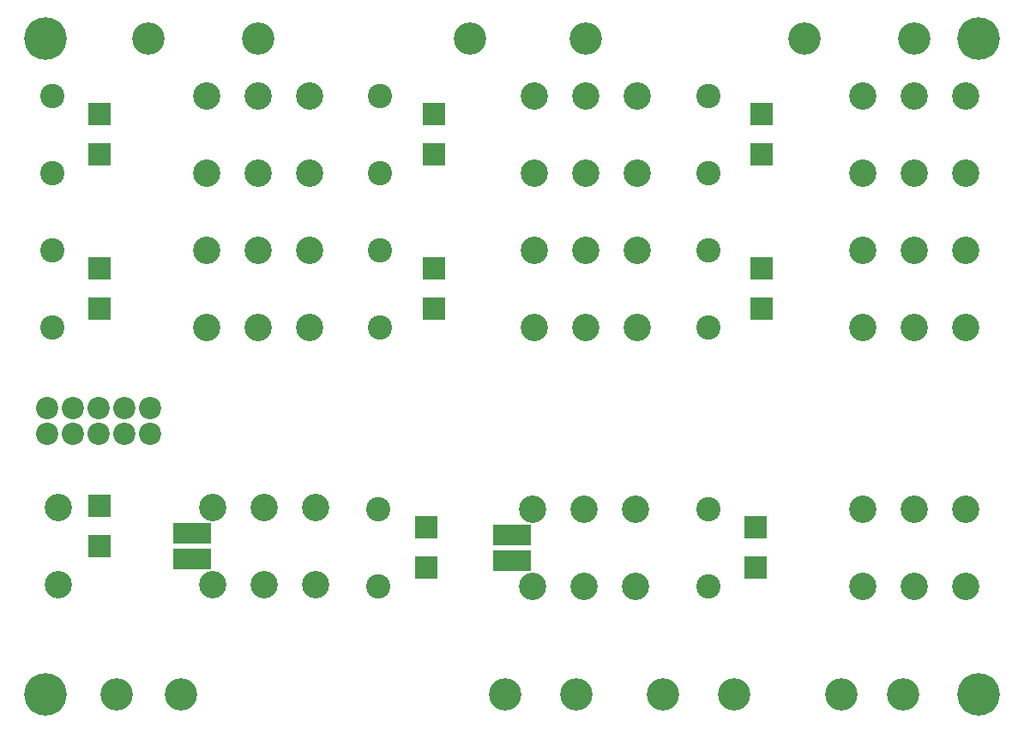
<source format=gbr>
%FSLAX34Y34*%
%MOMM*%
%LNSOLDERMASK_BOTTOM*%
G71*
G01*
%ADD10C, 2.400*%
%ADD11C, 2.700*%
%ADD12C, 3.200*%
%ADD13R, 2.200X2.200*%
%ADD14C, 2.200*%
%ADD15C, 4.200*%
%ADD16R, 1.900X2.000*%
%LPD*%
X679450Y-82551D02*
G54D10*
D03*
X679450Y-158751D02*
G54D10*
D03*
X831850Y-82551D02*
G54D11*
D03*
X882650Y-82551D02*
G54D11*
D03*
X933450Y-82551D02*
G54D11*
D03*
X831850Y-158751D02*
G54D11*
D03*
X882650Y-158751D02*
G54D11*
D03*
X933450Y-158751D02*
G54D11*
D03*
X882650Y-25400D02*
G54D12*
D03*
X558800Y-25400D02*
G54D12*
D03*
X234950Y-25400D02*
G54D12*
D03*
X31750Y-234951D02*
G54D10*
D03*
X31750Y-311151D02*
G54D10*
D03*
X184150Y-234951D02*
G54D11*
D03*
X234950Y-234951D02*
G54D11*
D03*
X285750Y-234951D02*
G54D11*
D03*
X184150Y-311151D02*
G54D11*
D03*
X234950Y-311151D02*
G54D11*
D03*
X285750Y-311151D02*
G54D11*
D03*
X31750Y-82551D02*
G54D10*
D03*
X31750Y-158751D02*
G54D10*
D03*
X184150Y-82551D02*
G54D11*
D03*
X234950Y-82551D02*
G54D11*
D03*
X285750Y-82551D02*
G54D11*
D03*
X184150Y-158751D02*
G54D11*
D03*
X234950Y-158751D02*
G54D11*
D03*
X285750Y-158751D02*
G54D11*
D03*
X355600Y-82551D02*
G54D10*
D03*
X355600Y-158751D02*
G54D10*
D03*
X508000Y-82551D02*
G54D11*
D03*
X558800Y-82551D02*
G54D11*
D03*
X609600Y-82551D02*
G54D11*
D03*
X508000Y-158751D02*
G54D11*
D03*
X558800Y-158751D02*
G54D11*
D03*
X609600Y-158751D02*
G54D11*
D03*
X355601Y-234952D02*
G54D10*
D03*
X355601Y-311152D02*
G54D10*
D03*
X508001Y-234952D02*
G54D11*
D03*
X558801Y-234952D02*
G54D11*
D03*
X609601Y-234952D02*
G54D11*
D03*
X508001Y-311152D02*
G54D11*
D03*
X558801Y-311152D02*
G54D11*
D03*
X609601Y-311152D02*
G54D11*
D03*
X679450Y-234951D02*
G54D10*
D03*
X679450Y-311151D02*
G54D10*
D03*
X831850Y-234951D02*
G54D11*
D03*
X882650Y-234951D02*
G54D11*
D03*
X933450Y-234951D02*
G54D11*
D03*
X831850Y-311151D02*
G54D11*
D03*
X882650Y-311151D02*
G54D11*
D03*
X933450Y-311151D02*
G54D11*
D03*
X354012Y-490539D02*
G54D10*
D03*
X354012Y-566739D02*
G54D10*
D03*
X506412Y-490539D02*
G54D11*
D03*
X557212Y-490539D02*
G54D11*
D03*
X608012Y-490539D02*
G54D11*
D03*
X506412Y-566739D02*
G54D11*
D03*
X557212Y-566739D02*
G54D11*
D03*
X608012Y-566739D02*
G54D11*
D03*
X38100Y-488951D02*
G54D11*
D03*
X38100Y-565151D02*
G54D11*
D03*
X190500Y-488951D02*
G54D11*
D03*
X241300Y-488951D02*
G54D11*
D03*
X292100Y-488951D02*
G54D11*
D03*
X190500Y-565151D02*
G54D11*
D03*
X241300Y-565151D02*
G54D11*
D03*
X292100Y-565151D02*
G54D11*
D03*
X95250Y-673100D02*
G54D12*
D03*
X479425Y-673100D02*
G54D12*
D03*
X704850Y-673100D02*
G54D12*
D03*
X871538Y-673100D02*
G54D12*
D03*
X127000Y-25400D02*
G54D12*
D03*
X444500Y-25400D02*
G54D12*
D03*
X774700Y-25400D02*
G54D12*
D03*
X158750Y-673100D02*
G54D12*
D03*
X549275Y-673100D02*
G54D12*
D03*
X635000Y-673100D02*
G54D12*
D03*
X811212Y-673100D02*
G54D12*
D03*
X78449Y-139724D02*
G54D13*
D03*
X78449Y-100024D02*
G54D13*
D03*
X128492Y-390098D02*
G54D14*
D03*
X128492Y-415498D02*
G54D14*
D03*
X103092Y-390098D02*
G54D14*
D03*
X103092Y-415498D02*
G54D14*
D03*
X77692Y-390098D02*
G54D14*
D03*
X77692Y-415498D02*
G54D14*
D03*
X52292Y-390098D02*
G54D14*
D03*
X52292Y-415498D02*
G54D14*
D03*
X26892Y-390098D02*
G54D14*
D03*
X26892Y-415498D02*
G54D14*
D03*
X408649Y-139724D02*
G54D13*
D03*
X408649Y-100024D02*
G54D13*
D03*
X732499Y-139724D02*
G54D13*
D03*
X732499Y-100024D02*
G54D13*
D03*
X78449Y-292124D02*
G54D13*
D03*
X78449Y-252424D02*
G54D13*
D03*
X408649Y-292124D02*
G54D13*
D03*
X408649Y-252424D02*
G54D13*
D03*
X732499Y-292124D02*
G54D13*
D03*
X732499Y-252424D02*
G54D13*
D03*
X400712Y-547712D02*
G54D13*
D03*
X400712Y-508012D02*
G54D13*
D03*
X78449Y-527074D02*
G54D13*
D03*
X78449Y-487374D02*
G54D13*
D03*
X946150Y-25400D02*
G54D15*
D03*
X25400Y-25400D02*
G54D15*
D03*
X25400Y-673100D02*
G54D15*
D03*
X946150Y-673100D02*
G54D15*
D03*
X679450Y-490539D02*
G54D10*
D03*
X679450Y-566739D02*
G54D10*
D03*
X831850Y-490539D02*
G54D11*
D03*
X882650Y-490539D02*
G54D11*
D03*
X933450Y-490539D02*
G54D11*
D03*
X831850Y-566739D02*
G54D11*
D03*
X882650Y-566739D02*
G54D11*
D03*
X933450Y-566739D02*
G54D11*
D03*
X726149Y-547712D02*
G54D13*
D03*
X726150Y-508012D02*
G54D13*
D03*
X160338Y-514350D02*
G54D16*
D03*
X179338Y-514350D02*
G54D16*
D03*
X160338Y-539750D02*
G54D16*
D03*
X179338Y-539750D02*
G54D16*
D03*
X476250Y-515938D02*
G54D16*
D03*
X495250Y-515938D02*
G54D16*
D03*
X476250Y-541338D02*
G54D16*
D03*
X495250Y-541338D02*
G54D16*
D03*
M02*

</source>
